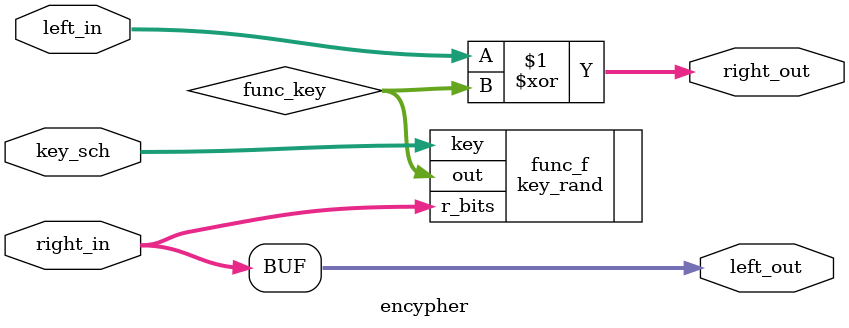
<source format=v>

module encypher(
input      [47:0] key_sch,
input      [31:0] left_in,
input      [31:0] right_in,
output     [31:0] left_out,
output     [31:0] right_out
);

wire [31:0] func_key;

// Encipher Equations
// L(i) = R(i-1)
// R(i) = L(i-1) XOR f(R(i-1),K(i))
assign left_out = right_in;
assign right_out = left_in ^ func_key;

// function creating the mixing key
  key_rand func_f (.r_bits(right_in),.key(key_sch),.out(func_key));

endmodule

</source>
